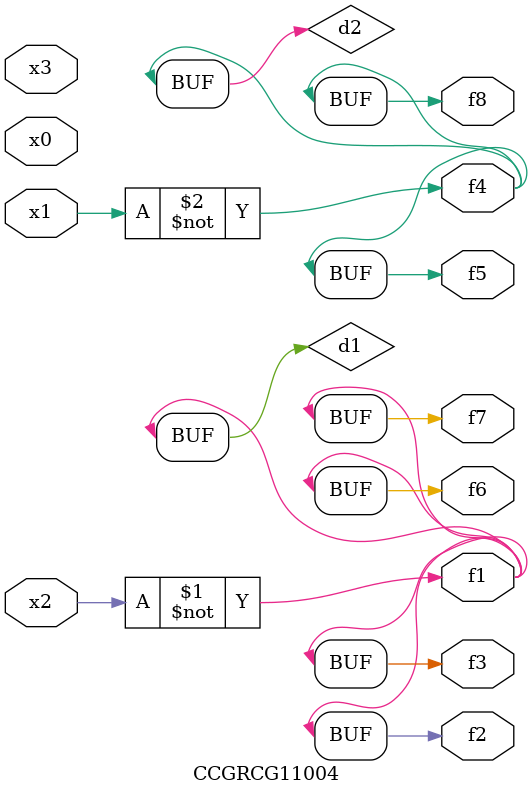
<source format=v>
module CCGRCG11004(
	input x0, x1, x2, x3,
	output f1, f2, f3, f4, f5, f6, f7, f8
);

	wire d1, d2;

	xnor (d1, x2);
	not (d2, x1);
	assign f1 = d1;
	assign f2 = d1;
	assign f3 = d1;
	assign f4 = d2;
	assign f5 = d2;
	assign f6 = d1;
	assign f7 = d1;
	assign f8 = d2;
endmodule

</source>
